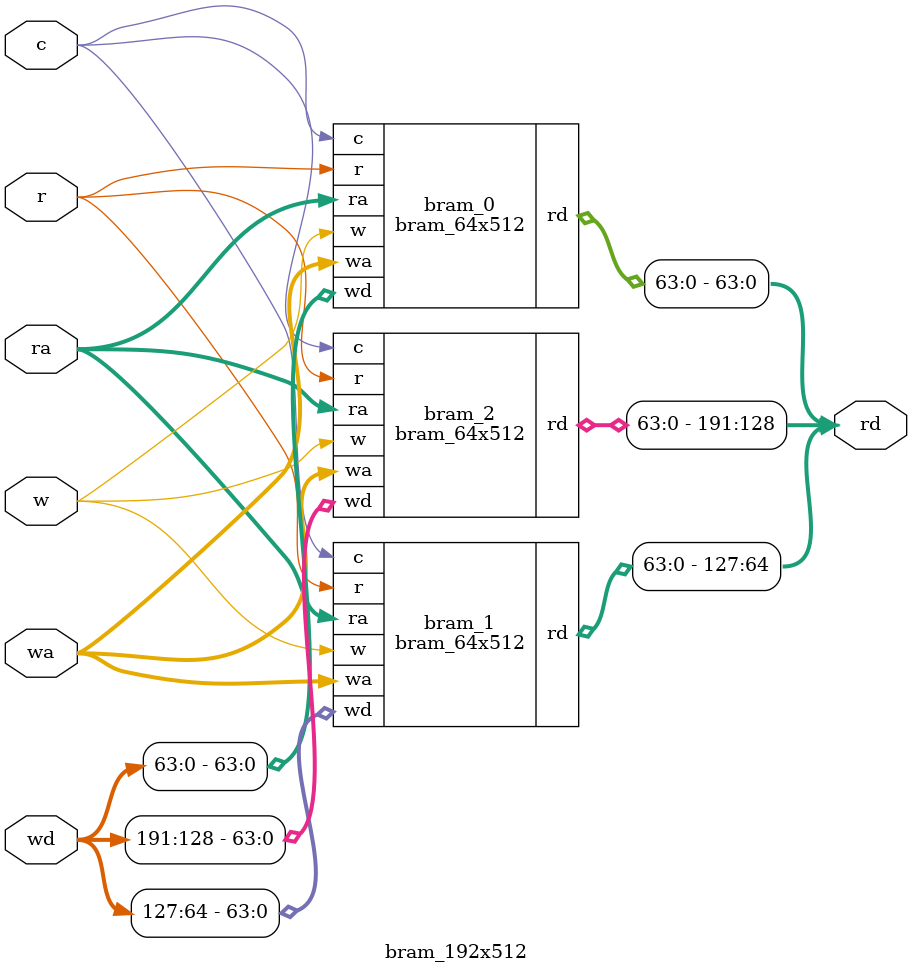
<source format=v>
module bram_64x512 (
		    input 	  c, // clock
		    input [8:0]   wa,ra,
		    input [63:0]  wd,
		    input 	  w,
		    input 	  r,
		    output [63:0] rd);

   RAMB36E1 #(
	      .DOA_REG(1),.DOB_REG(1),
	      .RAM_MODE("SDP"),
	      .READ_WIDTH_A(72), .READ_WIDTH_B(0),
	      .WRITE_WIDTH_A(0), .WRITE_WIDTH_B(72),
	      .SIM_DEVICE("7SERIES"))
   RAMB36E1_inst
     (
      .CASCADEOUTA(), .CASCADEOUTB(),
      .DBITERR(), .ECCPARITY(), .RDADDRECC(), .SBITERR(),
      .DOADO(rd[31:0]),
      .DOPADOP(),
      .DOBDO(rd[63:32]),
      .DOPBDOP(),
      .CASCADEINA(1'b0), .CASCADEINB(1'b0),
      .INJECTDBITERR(1'b0), .INJECTSBITERR(1'b0),
      .ADDRARDADDR({1'b0, ra,6'd0}),
      .CLKARDCLK(c),
      .ENARDEN(r),
      .REGCEAREGCE(1'b1),
      .RSTRAMARSTRAM(1'b0),
      .RSTREGARSTREG(1'b0),
      .WEA(4'b0),
      .DIADI(wd[31:0]),
      .DIPADIP(4'h0),
      .ADDRBWRADDR({1'b0,wa,6'd0}),
      .CLKBWRCLK(c),
      .ENBWREN(w),
      .REGCEB(1'b1),
      .RSTRAMB(1'b0),
      .RSTREGB(1'b0),
      .WEBWE(8'hFF),
      .DIBDI(wd[63:32]),
      .DIPBDIP(4'h0));
endmodule

module bram_192x512 (
		    input 	   c, // clock
		    input [8:0]    wa,ra,
		    input [191:0]  wd,
		    input 	   w,
		    input 	   r,
		    output [191:0] rd);

   bram_64x512 bram_0(.c(c), .w(w), .wa(wa), .wd(wd[63:0]), .r(r), .ra(ra),
		      .rd(rd[63:0]));
   bram_64x512 bram_1(.c(c), .w(w), .wa(wa), .wd(wd[127:64]), .r(r), .ra(ra),
		      .rd(rd[127:64]));
   bram_64x512 bram_2(.c(c), .w(w), .wa(wa), .wd(wd[191:128]), .r(r), .ra(ra),
		      .rd(rd[191:128]));
endmodule

</source>
